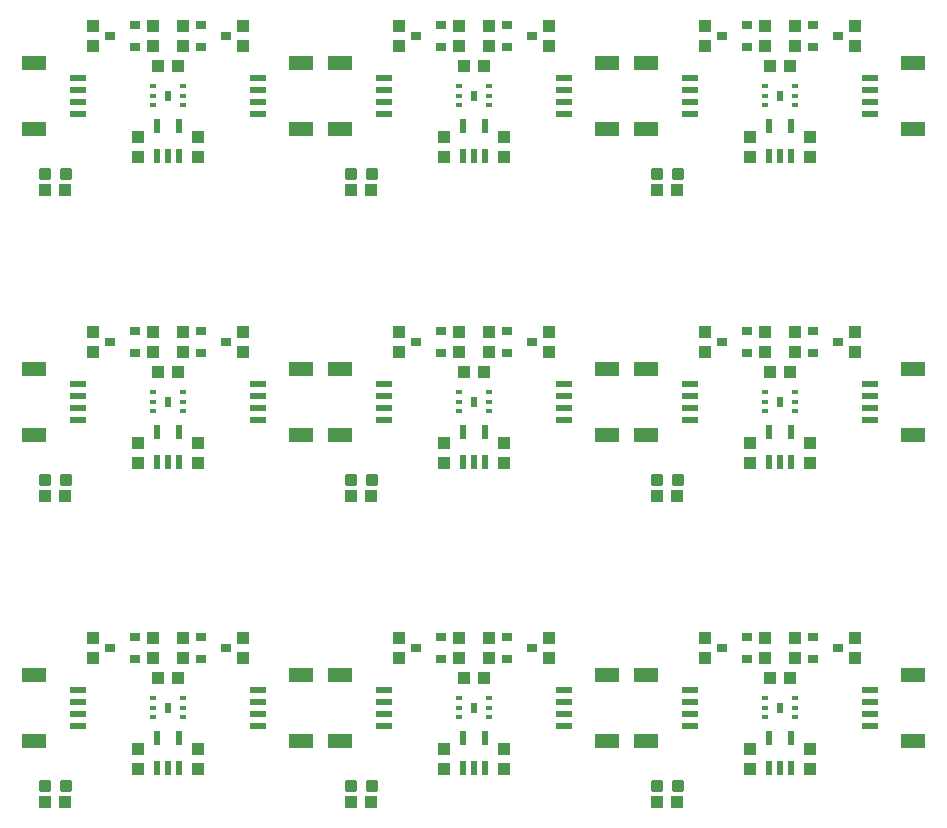
<source format=gtp>
G75*
%MOIN*%
%OFA0B0*%
%FSLAX25Y25*%
%IPPOS*%
%LPD*%
%AMOC8*
5,1,8,0,0,1.08239X$1,22.5*
%
%ADD10R,0.07874X0.04724*%
%ADD11R,0.05315X0.02362*%
%ADD12R,0.04331X0.03937*%
%ADD13C,0.01181*%
%ADD14R,0.02165X0.01575*%
%ADD15R,0.02362X0.03346*%
%ADD16R,0.02165X0.04724*%
%ADD17R,0.03543X0.03150*%
%ADD18R,0.03937X0.04331*%
D10*
X0038873Y0067726D03*
X0038873Y0089774D03*
X0038873Y0169726D03*
X0038873Y0191774D03*
X0038873Y0271726D03*
X0038873Y0293774D03*
X0127810Y0293774D03*
X0140873Y0293774D03*
X0140873Y0271726D03*
X0127810Y0271726D03*
X0127810Y0191774D03*
X0140873Y0191774D03*
X0140873Y0169726D03*
X0127810Y0169726D03*
X0127810Y0089774D03*
X0140873Y0089774D03*
X0140873Y0067726D03*
X0127810Y0067726D03*
X0229810Y0067726D03*
X0242873Y0067726D03*
X0242873Y0089774D03*
X0229810Y0089774D03*
X0229810Y0169726D03*
X0242873Y0169726D03*
X0242873Y0191774D03*
X0229810Y0191774D03*
X0229810Y0271726D03*
X0242873Y0271726D03*
X0242873Y0293774D03*
X0229810Y0293774D03*
X0331810Y0293774D03*
X0331810Y0271726D03*
X0331810Y0191774D03*
X0331810Y0169726D03*
X0331810Y0089774D03*
X0331810Y0067726D03*
D11*
X0317342Y0072844D03*
X0317342Y0076781D03*
X0317342Y0080719D03*
X0317342Y0084656D03*
X0257342Y0084656D03*
X0257342Y0080719D03*
X0257342Y0076781D03*
X0257342Y0072844D03*
X0215342Y0072844D03*
X0215342Y0076781D03*
X0215342Y0080719D03*
X0215342Y0084656D03*
X0155342Y0084656D03*
X0155342Y0080719D03*
X0155342Y0076781D03*
X0155342Y0072844D03*
X0113342Y0072844D03*
X0113342Y0076781D03*
X0113342Y0080719D03*
X0113342Y0084656D03*
X0053342Y0084656D03*
X0053342Y0080719D03*
X0053342Y0076781D03*
X0053342Y0072844D03*
X0053342Y0174844D03*
X0053342Y0178781D03*
X0053342Y0182719D03*
X0053342Y0186656D03*
X0113342Y0186656D03*
X0113342Y0182719D03*
X0113342Y0178781D03*
X0113342Y0174844D03*
X0155342Y0174844D03*
X0155342Y0178781D03*
X0155342Y0182719D03*
X0155342Y0186656D03*
X0215342Y0186656D03*
X0215342Y0182719D03*
X0215342Y0178781D03*
X0215342Y0174844D03*
X0257342Y0174844D03*
X0257342Y0178781D03*
X0257342Y0182719D03*
X0257342Y0186656D03*
X0317342Y0186656D03*
X0317342Y0182719D03*
X0317342Y0178781D03*
X0317342Y0174844D03*
X0317342Y0276844D03*
X0317342Y0280781D03*
X0317342Y0284719D03*
X0317342Y0288656D03*
X0257342Y0288656D03*
X0257342Y0284719D03*
X0257342Y0280781D03*
X0257342Y0276844D03*
X0215342Y0276844D03*
X0215342Y0280781D03*
X0215342Y0284719D03*
X0215342Y0288656D03*
X0155342Y0288656D03*
X0155342Y0284719D03*
X0155342Y0280781D03*
X0155342Y0276844D03*
X0113342Y0276844D03*
X0113342Y0280781D03*
X0113342Y0284719D03*
X0113342Y0288656D03*
X0053342Y0288656D03*
X0053342Y0284719D03*
X0053342Y0280781D03*
X0053342Y0276844D03*
D12*
X0042495Y0047250D03*
X0049188Y0047250D03*
X0079995Y0088750D03*
X0086688Y0088750D03*
X0144495Y0047250D03*
X0151188Y0047250D03*
X0181995Y0088750D03*
X0188688Y0088750D03*
X0246495Y0047250D03*
X0253188Y0047250D03*
X0283995Y0088750D03*
X0290688Y0088750D03*
X0253188Y0149250D03*
X0246495Y0149250D03*
X0283995Y0190750D03*
X0290688Y0190750D03*
X0253188Y0251250D03*
X0246495Y0251250D03*
X0283995Y0292750D03*
X0290688Y0292750D03*
X0188688Y0292750D03*
X0181995Y0292750D03*
X0151188Y0251250D03*
X0144495Y0251250D03*
X0086688Y0292750D03*
X0079995Y0292750D03*
X0049188Y0251250D03*
X0042495Y0251250D03*
X0079995Y0190750D03*
X0086688Y0190750D03*
X0049188Y0149250D03*
X0042495Y0149250D03*
X0144495Y0149250D03*
X0151188Y0149250D03*
X0181995Y0190750D03*
X0188688Y0190750D03*
D13*
X0149917Y0156128D02*
X0149917Y0153372D01*
X0149917Y0156128D02*
X0152673Y0156128D01*
X0152673Y0153372D01*
X0149917Y0153372D01*
X0149917Y0154552D02*
X0152673Y0154552D01*
X0152673Y0155732D02*
X0149917Y0155732D01*
X0143011Y0156128D02*
X0143011Y0153372D01*
X0143011Y0156128D02*
X0145767Y0156128D01*
X0145767Y0153372D01*
X0143011Y0153372D01*
X0143011Y0154552D02*
X0145767Y0154552D01*
X0145767Y0155732D02*
X0143011Y0155732D01*
X0047917Y0156128D02*
X0047917Y0153372D01*
X0047917Y0156128D02*
X0050673Y0156128D01*
X0050673Y0153372D01*
X0047917Y0153372D01*
X0047917Y0154552D02*
X0050673Y0154552D01*
X0050673Y0155732D02*
X0047917Y0155732D01*
X0041011Y0156128D02*
X0041011Y0153372D01*
X0041011Y0156128D02*
X0043767Y0156128D01*
X0043767Y0153372D01*
X0041011Y0153372D01*
X0041011Y0154552D02*
X0043767Y0154552D01*
X0043767Y0155732D02*
X0041011Y0155732D01*
X0041011Y0255372D02*
X0041011Y0258128D01*
X0043767Y0258128D01*
X0043767Y0255372D01*
X0041011Y0255372D01*
X0041011Y0256552D02*
X0043767Y0256552D01*
X0043767Y0257732D02*
X0041011Y0257732D01*
X0047917Y0258128D02*
X0047917Y0255372D01*
X0047917Y0258128D02*
X0050673Y0258128D01*
X0050673Y0255372D01*
X0047917Y0255372D01*
X0047917Y0256552D02*
X0050673Y0256552D01*
X0050673Y0257732D02*
X0047917Y0257732D01*
X0143011Y0258128D02*
X0143011Y0255372D01*
X0143011Y0258128D02*
X0145767Y0258128D01*
X0145767Y0255372D01*
X0143011Y0255372D01*
X0143011Y0256552D02*
X0145767Y0256552D01*
X0145767Y0257732D02*
X0143011Y0257732D01*
X0149917Y0258128D02*
X0149917Y0255372D01*
X0149917Y0258128D02*
X0152673Y0258128D01*
X0152673Y0255372D01*
X0149917Y0255372D01*
X0149917Y0256552D02*
X0152673Y0256552D01*
X0152673Y0257732D02*
X0149917Y0257732D01*
X0245011Y0258128D02*
X0245011Y0255372D01*
X0245011Y0258128D02*
X0247767Y0258128D01*
X0247767Y0255372D01*
X0245011Y0255372D01*
X0245011Y0256552D02*
X0247767Y0256552D01*
X0247767Y0257732D02*
X0245011Y0257732D01*
X0251917Y0258128D02*
X0251917Y0255372D01*
X0251917Y0258128D02*
X0254673Y0258128D01*
X0254673Y0255372D01*
X0251917Y0255372D01*
X0251917Y0256552D02*
X0254673Y0256552D01*
X0254673Y0257732D02*
X0251917Y0257732D01*
X0251917Y0156128D02*
X0251917Y0153372D01*
X0251917Y0156128D02*
X0254673Y0156128D01*
X0254673Y0153372D01*
X0251917Y0153372D01*
X0251917Y0154552D02*
X0254673Y0154552D01*
X0254673Y0155732D02*
X0251917Y0155732D01*
X0245011Y0156128D02*
X0245011Y0153372D01*
X0245011Y0156128D02*
X0247767Y0156128D01*
X0247767Y0153372D01*
X0245011Y0153372D01*
X0245011Y0154552D02*
X0247767Y0154552D01*
X0247767Y0155732D02*
X0245011Y0155732D01*
X0245011Y0054128D02*
X0245011Y0051372D01*
X0245011Y0054128D02*
X0247767Y0054128D01*
X0247767Y0051372D01*
X0245011Y0051372D01*
X0245011Y0052552D02*
X0247767Y0052552D01*
X0247767Y0053732D02*
X0245011Y0053732D01*
X0251917Y0054128D02*
X0251917Y0051372D01*
X0251917Y0054128D02*
X0254673Y0054128D01*
X0254673Y0051372D01*
X0251917Y0051372D01*
X0251917Y0052552D02*
X0254673Y0052552D01*
X0254673Y0053732D02*
X0251917Y0053732D01*
X0149917Y0054128D02*
X0149917Y0051372D01*
X0149917Y0054128D02*
X0152673Y0054128D01*
X0152673Y0051372D01*
X0149917Y0051372D01*
X0149917Y0052552D02*
X0152673Y0052552D01*
X0152673Y0053732D02*
X0149917Y0053732D01*
X0143011Y0054128D02*
X0143011Y0051372D01*
X0143011Y0054128D02*
X0145767Y0054128D01*
X0145767Y0051372D01*
X0143011Y0051372D01*
X0143011Y0052552D02*
X0145767Y0052552D01*
X0145767Y0053732D02*
X0143011Y0053732D01*
X0047917Y0054128D02*
X0047917Y0051372D01*
X0047917Y0054128D02*
X0050673Y0054128D01*
X0050673Y0051372D01*
X0047917Y0051372D01*
X0047917Y0052552D02*
X0050673Y0052552D01*
X0050673Y0053732D02*
X0047917Y0053732D01*
X0041011Y0054128D02*
X0041011Y0051372D01*
X0041011Y0054128D02*
X0043767Y0054128D01*
X0043767Y0051372D01*
X0041011Y0051372D01*
X0041011Y0052552D02*
X0043767Y0052552D01*
X0043767Y0053732D02*
X0041011Y0053732D01*
D14*
X0078421Y0075600D03*
X0078421Y0078750D03*
X0078421Y0081900D03*
X0088263Y0081900D03*
X0088263Y0078750D03*
X0088263Y0075600D03*
X0180421Y0075600D03*
X0180421Y0078750D03*
X0180421Y0081900D03*
X0190263Y0081900D03*
X0190263Y0078750D03*
X0190263Y0075600D03*
X0282421Y0075600D03*
X0282421Y0078750D03*
X0282421Y0081900D03*
X0292263Y0081900D03*
X0292263Y0078750D03*
X0292263Y0075600D03*
X0292263Y0177600D03*
X0292263Y0180750D03*
X0292263Y0183900D03*
X0282421Y0183900D03*
X0282421Y0180750D03*
X0282421Y0177600D03*
X0190263Y0177600D03*
X0190263Y0180750D03*
X0190263Y0183900D03*
X0180421Y0183900D03*
X0180421Y0180750D03*
X0180421Y0177600D03*
X0088263Y0177600D03*
X0088263Y0180750D03*
X0088263Y0183900D03*
X0078421Y0183900D03*
X0078421Y0180750D03*
X0078421Y0177600D03*
X0078421Y0279600D03*
X0078421Y0282750D03*
X0078421Y0285900D03*
X0088263Y0285900D03*
X0088263Y0282750D03*
X0088263Y0279600D03*
X0180421Y0279600D03*
X0180421Y0282750D03*
X0180421Y0285900D03*
X0190263Y0285900D03*
X0190263Y0282750D03*
X0190263Y0279600D03*
X0282421Y0279600D03*
X0282421Y0282750D03*
X0282421Y0285900D03*
X0292263Y0285900D03*
X0292263Y0282750D03*
X0292263Y0279600D03*
D15*
X0287342Y0282750D03*
X0185342Y0282750D03*
X0083342Y0282750D03*
X0083342Y0180750D03*
X0185342Y0180750D03*
X0287342Y0180750D03*
X0287342Y0078750D03*
X0185342Y0078750D03*
X0083342Y0078750D03*
D16*
X0087082Y0068869D03*
X0079602Y0068869D03*
X0079602Y0058631D03*
X0083342Y0058631D03*
X0087082Y0058631D03*
X0181602Y0058631D03*
X0185342Y0058631D03*
X0189082Y0058631D03*
X0189082Y0068869D03*
X0181602Y0068869D03*
X0181602Y0160631D03*
X0185342Y0160631D03*
X0189082Y0160631D03*
X0189082Y0170869D03*
X0181602Y0170869D03*
X0087082Y0170869D03*
X0079602Y0170869D03*
X0079602Y0160631D03*
X0083342Y0160631D03*
X0087082Y0160631D03*
X0087082Y0262631D03*
X0083342Y0262631D03*
X0079602Y0262631D03*
X0079602Y0272869D03*
X0087082Y0272869D03*
X0181602Y0272869D03*
X0189082Y0272869D03*
X0189082Y0262631D03*
X0185342Y0262631D03*
X0181602Y0262631D03*
X0283602Y0262631D03*
X0287342Y0262631D03*
X0291082Y0262631D03*
X0291082Y0272869D03*
X0283602Y0272869D03*
X0283602Y0170869D03*
X0291082Y0170869D03*
X0291082Y0160631D03*
X0287342Y0160631D03*
X0283602Y0160631D03*
X0283602Y0068869D03*
X0291082Y0068869D03*
X0291082Y0058631D03*
X0287342Y0058631D03*
X0283602Y0058631D03*
D17*
X0276279Y0095010D03*
X0276279Y0102490D03*
X0268011Y0098750D03*
X0298405Y0095010D03*
X0298405Y0102490D03*
X0306673Y0098750D03*
X0204673Y0098750D03*
X0196405Y0095010D03*
X0196405Y0102490D03*
X0174279Y0102490D03*
X0174279Y0095010D03*
X0166011Y0098750D03*
X0102673Y0098750D03*
X0094405Y0095010D03*
X0094405Y0102490D03*
X0072279Y0102490D03*
X0072279Y0095010D03*
X0064011Y0098750D03*
X0072279Y0197010D03*
X0072279Y0204490D03*
X0064011Y0200750D03*
X0094405Y0197010D03*
X0094405Y0204490D03*
X0102673Y0200750D03*
X0166011Y0200750D03*
X0174279Y0197010D03*
X0174279Y0204490D03*
X0196405Y0204490D03*
X0196405Y0197010D03*
X0204673Y0200750D03*
X0268011Y0200750D03*
X0276279Y0197010D03*
X0276279Y0204490D03*
X0298405Y0204490D03*
X0298405Y0197010D03*
X0306673Y0200750D03*
X0298405Y0299010D03*
X0298405Y0306490D03*
X0306673Y0302750D03*
X0276279Y0299010D03*
X0276279Y0306490D03*
X0268011Y0302750D03*
X0204673Y0302750D03*
X0196405Y0299010D03*
X0196405Y0306490D03*
X0174279Y0306490D03*
X0174279Y0299010D03*
X0166011Y0302750D03*
X0102673Y0302750D03*
X0094405Y0299010D03*
X0094405Y0306490D03*
X0072279Y0306490D03*
X0072279Y0299010D03*
X0064011Y0302750D03*
D18*
X0058342Y0299404D03*
X0058342Y0306096D03*
X0078342Y0306096D03*
X0078342Y0299404D03*
X0088342Y0299404D03*
X0088342Y0306096D03*
X0108342Y0306096D03*
X0108342Y0299404D03*
X0093342Y0269096D03*
X0093342Y0262404D03*
X0073342Y0262404D03*
X0073342Y0269096D03*
X0078342Y0204096D03*
X0078342Y0197404D03*
X0088342Y0197404D03*
X0088342Y0204096D03*
X0108342Y0204096D03*
X0108342Y0197404D03*
X0093342Y0167096D03*
X0093342Y0160404D03*
X0073342Y0160404D03*
X0073342Y0167096D03*
X0058342Y0197404D03*
X0058342Y0204096D03*
X0160342Y0204096D03*
X0160342Y0197404D03*
X0180342Y0197404D03*
X0180342Y0204096D03*
X0190342Y0204096D03*
X0190342Y0197404D03*
X0210342Y0197404D03*
X0210342Y0204096D03*
X0195342Y0167096D03*
X0195342Y0160404D03*
X0175342Y0160404D03*
X0175342Y0167096D03*
X0180342Y0102096D03*
X0180342Y0095404D03*
X0190342Y0095404D03*
X0190342Y0102096D03*
X0210342Y0102096D03*
X0210342Y0095404D03*
X0195342Y0065096D03*
X0195342Y0058404D03*
X0175342Y0058404D03*
X0175342Y0065096D03*
X0160342Y0095404D03*
X0160342Y0102096D03*
X0108342Y0102096D03*
X0108342Y0095404D03*
X0088342Y0095404D03*
X0088342Y0102096D03*
X0078342Y0102096D03*
X0078342Y0095404D03*
X0058342Y0095404D03*
X0058342Y0102096D03*
X0073342Y0065096D03*
X0073342Y0058404D03*
X0093342Y0058404D03*
X0093342Y0065096D03*
X0262342Y0095404D03*
X0262342Y0102096D03*
X0282342Y0102096D03*
X0282342Y0095404D03*
X0292342Y0095404D03*
X0292342Y0102096D03*
X0312342Y0102096D03*
X0312342Y0095404D03*
X0297342Y0065096D03*
X0297342Y0058404D03*
X0277342Y0058404D03*
X0277342Y0065096D03*
X0277342Y0160404D03*
X0277342Y0167096D03*
X0297342Y0167096D03*
X0297342Y0160404D03*
X0292342Y0197404D03*
X0292342Y0204096D03*
X0282342Y0204096D03*
X0282342Y0197404D03*
X0262342Y0197404D03*
X0262342Y0204096D03*
X0312342Y0204096D03*
X0312342Y0197404D03*
X0297342Y0262404D03*
X0297342Y0269096D03*
X0277342Y0269096D03*
X0277342Y0262404D03*
X0282342Y0299404D03*
X0282342Y0306096D03*
X0292342Y0306096D03*
X0292342Y0299404D03*
X0312342Y0299404D03*
X0312342Y0306096D03*
X0262342Y0306096D03*
X0262342Y0299404D03*
X0210342Y0299404D03*
X0210342Y0306096D03*
X0190342Y0306096D03*
X0190342Y0299404D03*
X0180342Y0299404D03*
X0180342Y0306096D03*
X0160342Y0306096D03*
X0160342Y0299404D03*
X0175342Y0269096D03*
X0175342Y0262404D03*
X0195342Y0262404D03*
X0195342Y0269096D03*
M02*

</source>
